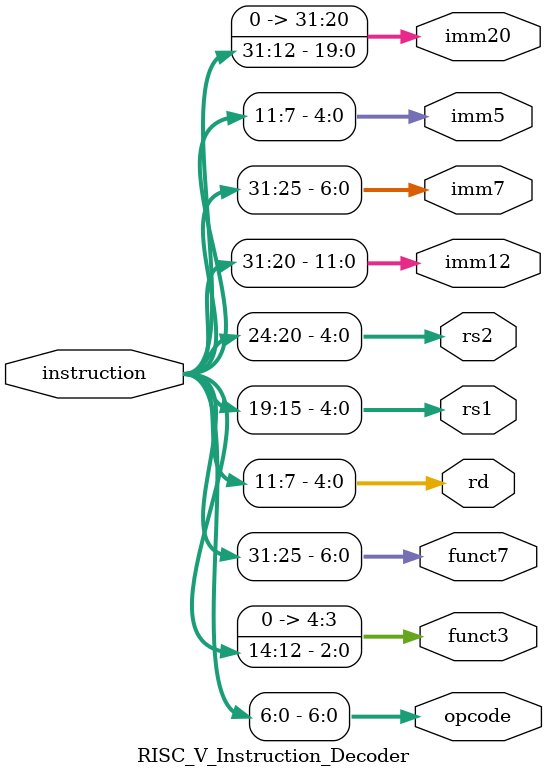
<source format=sv>
module RISC_V_Instruction_Decoder (
    input [31:0] instruction,
    output [6:0] opcode,
    output [4:0] funct3,
    output [6:0] funct7,
    output [4:0] rd,
    output [4:0] rs1,
    output [4:0] rs2,
    output [11:0] imm12,
    output [6:0] imm7,
    output [4:0] imm5,
    output [31:0] imm20
);
    // Extract opcode field (bits 6-0)
    assign opcode = instruction[6:0];

    // Extract funct3 field (bits 14-12)
    assign funct3 = instruction[14:12];

    // Extract funct7 field (bits 31-25)
    assign funct7 = instruction[31:25];

    // Extract rd field (bits 11-7)
    assign rd = instruction[11:7];

    // Extract rs1 field (bits 19-15)
    assign rs1 = instruction[19:15];

    // Extract rs2 field (bits 24-20)
    assign rs2 = instruction[24:20];

    // Extract immediate fields for I-type (bits 31-20, 11-0)
    assign imm12 = instruction[31:20];
    assign imm7 = instruction[31:25];
    assign imm5 = instruction[11:7];

    // Extract immediate field for U-type (bits 31-12)
    assign imm20 = instruction[31:12];
endmodule

</source>
